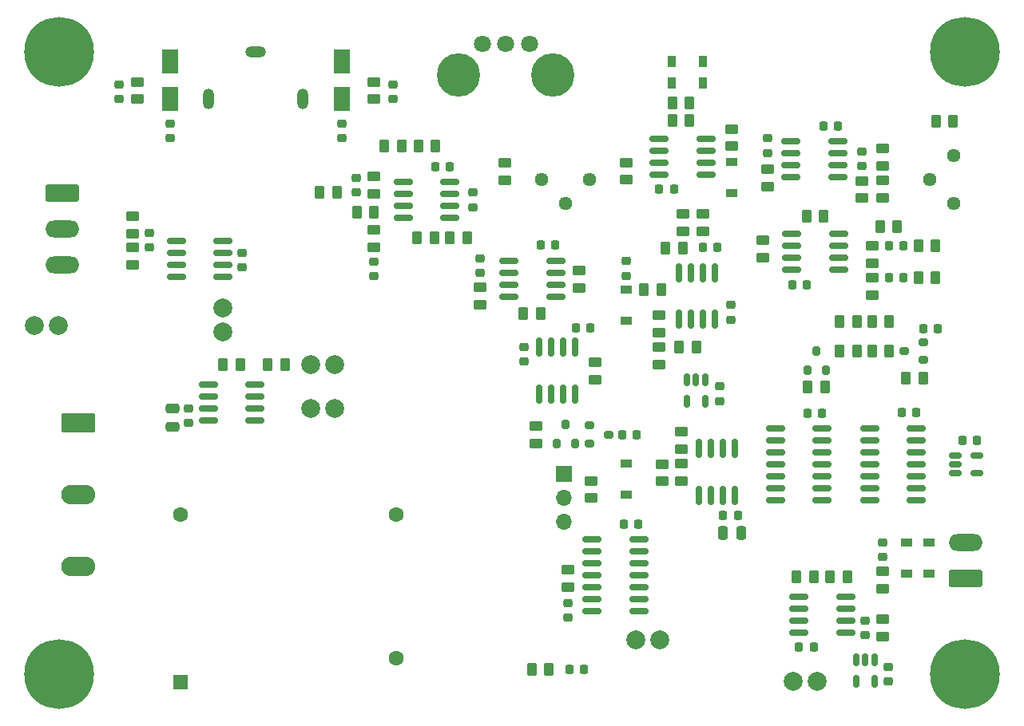
<source format=gts>
%TF.GenerationSoftware,KiCad,Pcbnew,6.0.8-f2edbf62ab~116~ubuntu20.04.1*%
%TF.CreationDate,2022-10-07T00:48:49-04:00*%
%TF.ProjectId,SSTC_Control_Board,53535443-5f43-46f6-9e74-726f6c5f426f,rev?*%
%TF.SameCoordinates,Original*%
%TF.FileFunction,Soldermask,Top*%
%TF.FilePolarity,Negative*%
%FSLAX46Y46*%
G04 Gerber Fmt 4.6, Leading zero omitted, Abs format (unit mm)*
G04 Created by KiCad (PCBNEW 6.0.8-f2edbf62ab~116~ubuntu20.04.1) date 2022-10-07 00:48:49*
%MOMM*%
%LPD*%
G01*
G04 APERTURE LIST*
G04 Aperture macros list*
%AMRoundRect*
0 Rectangle with rounded corners*
0 $1 Rounding radius*
0 $2 $3 $4 $5 $6 $7 $8 $9 X,Y pos of 4 corners*
0 Add a 4 corners polygon primitive as box body*
4,1,4,$2,$3,$4,$5,$6,$7,$8,$9,$2,$3,0*
0 Add four circle primitives for the rounded corners*
1,1,$1+$1,$2,$3*
1,1,$1+$1,$4,$5*
1,1,$1+$1,$6,$7*
1,1,$1+$1,$8,$9*
0 Add four rect primitives between the rounded corners*
20,1,$1+$1,$2,$3,$4,$5,0*
20,1,$1+$1,$4,$5,$6,$7,0*
20,1,$1+$1,$6,$7,$8,$9,0*
20,1,$1+$1,$8,$9,$2,$3,0*%
G04 Aperture macros list end*
%ADD10RoundRect,0.250000X0.262500X0.450000X-0.262500X0.450000X-0.262500X-0.450000X0.262500X-0.450000X0*%
%ADD11RoundRect,0.218750X0.218750X0.256250X-0.218750X0.256250X-0.218750X-0.256250X0.218750X-0.256250X0*%
%ADD12R,1.600000X1.600000*%
%ADD13C,1.600000*%
%ADD14R,1.200000X0.900000*%
%ADD15RoundRect,0.150000X-0.825000X-0.150000X0.825000X-0.150000X0.825000X0.150000X-0.825000X0.150000X0*%
%ADD16C,2.000000*%
%ADD17RoundRect,0.225000X-0.225000X-0.250000X0.225000X-0.250000X0.225000X0.250000X-0.225000X0.250000X0*%
%ADD18RoundRect,0.250000X-0.262500X-0.450000X0.262500X-0.450000X0.262500X0.450000X-0.262500X0.450000X0*%
%ADD19R,0.900000X1.200000*%
%ADD20RoundRect,0.225000X0.250000X-0.225000X0.250000X0.225000X-0.250000X0.225000X-0.250000X-0.225000X0*%
%ADD21RoundRect,0.225000X-0.250000X0.225000X-0.250000X-0.225000X0.250000X-0.225000X0.250000X0.225000X0*%
%ADD22RoundRect,0.150000X0.825000X0.150000X-0.825000X0.150000X-0.825000X-0.150000X0.825000X-0.150000X0*%
%ADD23RoundRect,0.250000X-0.450000X0.262500X-0.450000X-0.262500X0.450000X-0.262500X0.450000X0.262500X0*%
%ADD24RoundRect,0.250001X-1.549999X0.799999X-1.549999X-0.799999X1.549999X-0.799999X1.549999X0.799999X0*%
%ADD25O,3.600000X2.100000*%
%ADD26RoundRect,0.250000X0.450000X-0.262500X0.450000X0.262500X-0.450000X0.262500X-0.450000X-0.262500X0*%
%ADD27C,0.800000*%
%ADD28C,7.400000*%
%ADD29O,1.200000X2.200000*%
%ADD30O,2.200000X1.200000*%
%ADD31RoundRect,0.250000X0.475000X-0.250000X0.475000X0.250000X-0.475000X0.250000X-0.475000X-0.250000X0*%
%ADD32C,1.440000*%
%ADD33RoundRect,0.150000X-0.512500X-0.150000X0.512500X-0.150000X0.512500X0.150000X-0.512500X0.150000X0*%
%ADD34RoundRect,0.250000X0.250000X0.475000X-0.250000X0.475000X-0.250000X-0.475000X0.250000X-0.475000X0*%
%ADD35RoundRect,0.225000X0.225000X0.250000X-0.225000X0.250000X-0.225000X-0.250000X0.225000X-0.250000X0*%
%ADD36RoundRect,0.150000X0.150000X-0.825000X0.150000X0.825000X-0.150000X0.825000X-0.150000X-0.825000X0*%
%ADD37RoundRect,0.200000X-0.300000X-0.200000X0.300000X-0.200000X0.300000X0.200000X-0.300000X0.200000X0*%
%ADD38RoundRect,0.150000X-0.150000X0.825000X-0.150000X-0.825000X0.150000X-0.825000X0.150000X0.825000X0*%
%ADD39RoundRect,0.200000X0.200000X-0.300000X0.200000X0.300000X-0.200000X0.300000X-0.200000X-0.300000X0*%
%ADD40RoundRect,0.200000X0.300000X0.200000X-0.300000X0.200000X-0.300000X-0.200000X0.300000X-0.200000X0*%
%ADD41RoundRect,0.250000X-1.550000X0.650000X-1.550000X-0.650000X1.550000X-0.650000X1.550000X0.650000X0*%
%ADD42O,3.600000X1.800000*%
%ADD43R,1.700000X1.700000*%
%ADD44O,1.700000X1.700000*%
%ADD45RoundRect,0.150000X-0.150000X0.512500X-0.150000X-0.512500X0.150000X-0.512500X0.150000X0.512500X0*%
%ADD46R,1.800000X2.500000*%
%ADD47C,4.600000*%
%ADD48C,1.800000*%
%ADD49RoundRect,0.250000X1.550000X-0.650000X1.550000X0.650000X-1.550000X0.650000X-1.550000X-0.650000X0*%
G04 APERTURE END LIST*
D10*
%TO.C,R35*%
X96412500Y-115000000D03*
X94587500Y-115000000D03*
%TD*%
D11*
%TO.C,D5*%
X100137500Y-115000000D03*
X98562500Y-115000000D03*
%TD*%
D12*
%TO.C,PS1*%
X57320000Y-116390000D03*
D13*
X80180000Y-113850000D03*
X80180000Y-98610000D03*
X57320000Y-98610000D03*
%TD*%
D14*
%TO.C,D1*%
X136700000Y-101550000D03*
X136700000Y-104850000D03*
%TD*%
D15*
%TO.C,U12*%
X92175000Y-71695000D03*
X92175000Y-72965000D03*
X92175000Y-74235000D03*
X92175000Y-75505000D03*
X97125000Y-75505000D03*
X97125000Y-74235000D03*
X97125000Y-72965000D03*
X97125000Y-71695000D03*
%TD*%
D10*
%TO.C,R6*%
X125637500Y-85050000D03*
X123812500Y-85050000D03*
%TD*%
D16*
%TO.C,TP5*%
X71130000Y-87300000D03*
X73670000Y-87300000D03*
%TD*%
D17*
%TO.C,C8*%
X122175000Y-74250000D03*
X123725000Y-74250000D03*
%TD*%
%TO.C,C28*%
X84350000Y-61672500D03*
X85900000Y-61672500D03*
%TD*%
D18*
%TO.C,R23*%
X110187500Y-80850000D03*
X112012500Y-80850000D03*
%TD*%
D19*
%TO.C,D8*%
X112737500Y-52800000D03*
X109437500Y-52800000D03*
%TD*%
D16*
%TO.C,TP6*%
X61850000Y-79250000D03*
X61850000Y-76710000D03*
%TD*%
D20*
%TO.C,C25*%
X56250000Y-58625000D03*
X56250000Y-57075000D03*
%TD*%
D21*
%TO.C,C19*%
X93785000Y-80825000D03*
X93785000Y-82375000D03*
%TD*%
D17*
%TO.C,C10*%
X112725000Y-70250000D03*
X114275000Y-70250000D03*
%TD*%
D20*
%TO.C,C40*%
X132350000Y-116300000D03*
X132350000Y-114750000D03*
%TD*%
D22*
%TO.C,U16*%
X61850000Y-73355000D03*
X61850000Y-72085000D03*
X61850000Y-70815000D03*
X61850000Y-69545000D03*
X56900000Y-69545000D03*
X56900000Y-70815000D03*
X56900000Y-72085000D03*
X56900000Y-73355000D03*
%TD*%
D18*
%TO.C,R53*%
X66600000Y-82700000D03*
X68425000Y-82700000D03*
%TD*%
D17*
%TO.C,C39*%
X114865000Y-98675000D03*
X116415000Y-98675000D03*
%TD*%
D23*
%TO.C,R20*%
X108050000Y-80837500D03*
X108050000Y-82662500D03*
%TD*%
D21*
%TO.C,C31*%
X58200000Y-87350000D03*
X58200000Y-88900000D03*
%TD*%
D18*
%TO.C,R51*%
X78950000Y-59500000D03*
X80775000Y-59500000D03*
%TD*%
D24*
%TO.C,J2*%
X46500000Y-88880000D03*
D25*
X46500000Y-96500000D03*
X46500000Y-104120000D03*
%TD*%
D14*
%TO.C,D11*%
X104587500Y-78000000D03*
X104587500Y-74700000D03*
%TD*%
D26*
%TO.C,R33*%
X95050000Y-91050000D03*
X95050000Y-89225000D03*
%TD*%
D23*
%TO.C,R3*%
X131750000Y-104650000D03*
X131750000Y-106475000D03*
%TD*%
D17*
%TO.C,C35*%
X108100000Y-64050000D03*
X109650000Y-64050000D03*
%TD*%
D10*
%TO.C,R49*%
X77862500Y-66500000D03*
X76037500Y-66500000D03*
%TD*%
D17*
%TO.C,C9*%
X136075000Y-78850000D03*
X137625000Y-78850000D03*
%TD*%
D27*
%TO.C,H4*%
X46462221Y-113537779D03*
X46462221Y-117462221D03*
X41725000Y-115500000D03*
X42537779Y-113537779D03*
D28*
X44500000Y-115500000D03*
D27*
X44500000Y-118275000D03*
X44500000Y-112725000D03*
X47275000Y-115500000D03*
X42537779Y-117462221D03*
%TD*%
D21*
%TO.C,C23*%
X50800000Y-52950000D03*
X50800000Y-54500000D03*
%TD*%
D17*
%TO.C,C18*%
X104175000Y-90100000D03*
X105725000Y-90100000D03*
%TD*%
D29*
%TO.C,J3*%
X70300000Y-54500000D03*
D30*
X65300000Y-49500000D03*
D29*
X60300000Y-54500000D03*
%TD*%
D10*
%TO.C,R22*%
X137387500Y-70087500D03*
X135562500Y-70087500D03*
%TD*%
D31*
%TO.C,C30*%
X56500000Y-89250000D03*
X56500000Y-87350000D03*
%TD*%
D18*
%TO.C,R24*%
X137437500Y-56850000D03*
X139262500Y-56850000D03*
%TD*%
D22*
%TO.C,U15*%
X65225000Y-88605000D03*
X65225000Y-87335000D03*
X65225000Y-86065000D03*
X65225000Y-84795000D03*
X60275000Y-84795000D03*
X60275000Y-86065000D03*
X60275000Y-87335000D03*
X60275000Y-88605000D03*
%TD*%
D23*
%TO.C,R4*%
X131800000Y-109700000D03*
X131800000Y-111525000D03*
%TD*%
D16*
%TO.C,TP4*%
X73670000Y-82700000D03*
X71130000Y-82700000D03*
%TD*%
D14*
%TO.C,D10*%
X115750000Y-61200000D03*
X115750000Y-64500000D03*
%TD*%
D23*
%TO.C,R29*%
X131750000Y-63150000D03*
X131750000Y-64975000D03*
%TD*%
D32*
%TO.C,RV3*%
X139335000Y-60510000D03*
X136795000Y-63050000D03*
X139335000Y-65590000D03*
%TD*%
D23*
%TO.C,R39*%
X89100000Y-74500000D03*
X89100000Y-76325000D03*
%TD*%
D14*
%TO.C,D12*%
X104600000Y-96450000D03*
X104600000Y-93150000D03*
%TD*%
D17*
%TO.C,C20*%
X99225000Y-78800000D03*
X100775000Y-78800000D03*
%TD*%
D33*
%TO.C,U5*%
X139512500Y-92300000D03*
X139512500Y-93250000D03*
X139512500Y-94200000D03*
X141787500Y-94200000D03*
X141787500Y-92300000D03*
%TD*%
D20*
%TO.C,C14*%
X119550000Y-60225000D03*
X119550000Y-58675000D03*
%TD*%
D32*
%TO.C,RV1*%
X95660000Y-63065000D03*
X98200000Y-65605000D03*
X100740000Y-63065000D03*
%TD*%
D15*
%TO.C,U10*%
X100975000Y-101240000D03*
X100975000Y-102510000D03*
X100975000Y-103780000D03*
X100975000Y-105050000D03*
X100975000Y-106320000D03*
X100975000Y-107590000D03*
X100975000Y-108860000D03*
X105925000Y-108860000D03*
X105925000Y-107590000D03*
X105925000Y-106320000D03*
X105925000Y-105050000D03*
X105925000Y-103780000D03*
X105925000Y-102510000D03*
X105925000Y-101240000D03*
%TD*%
D34*
%TO.C,C38*%
X116765000Y-100525000D03*
X114865000Y-100525000D03*
%TD*%
D17*
%TO.C,C13*%
X132450000Y-70087500D03*
X134000000Y-70087500D03*
%TD*%
D35*
%TO.C,C11*%
X127050000Y-57350000D03*
X125500000Y-57350000D03*
%TD*%
D26*
%TO.C,R42*%
X52750000Y-54500000D03*
X52750000Y-52675000D03*
%TD*%
D10*
%TO.C,R11*%
X111300000Y-56800000D03*
X109475000Y-56800000D03*
%TD*%
D23*
%TO.C,R43*%
X77850000Y-52675000D03*
X77850000Y-54500000D03*
%TD*%
D36*
%TO.C,U11*%
X95395000Y-85775000D03*
X96665000Y-85775000D03*
X97935000Y-85775000D03*
X99205000Y-85775000D03*
X99205000Y-80825000D03*
X97935000Y-80825000D03*
X96665000Y-80825000D03*
X95395000Y-80825000D03*
%TD*%
D18*
%TO.C,R5*%
X134250000Y-84100000D03*
X136075000Y-84100000D03*
%TD*%
D26*
%TO.C,R60*%
X110415000Y-91625000D03*
X110415000Y-89800000D03*
%TD*%
D20*
%TO.C,C7*%
X115700000Y-77900000D03*
X115700000Y-76350000D03*
%TD*%
D22*
%TO.C,U7*%
X127100000Y-72605000D03*
X127100000Y-71335000D03*
X127100000Y-70065000D03*
X127100000Y-68795000D03*
X122150000Y-68795000D03*
X122150000Y-70065000D03*
X122150000Y-71335000D03*
X122150000Y-72605000D03*
%TD*%
D21*
%TO.C,C3*%
X129950000Y-109837500D03*
X129950000Y-111387500D03*
%TD*%
D26*
%TO.C,R32*%
X98450000Y-106300000D03*
X98450000Y-104475000D03*
%TD*%
D27*
%TO.C,H2*%
X138537779Y-51462221D03*
X140500000Y-52275000D03*
D28*
X140500000Y-49500000D03*
D27*
X142462221Y-51462221D03*
X143275000Y-49500000D03*
X138537779Y-47537779D03*
X137725000Y-49500000D03*
X142462221Y-47537779D03*
X140500000Y-46725000D03*
%TD*%
D18*
%TO.C,R46*%
X85900000Y-69250000D03*
X87725000Y-69250000D03*
%TD*%
D26*
%TO.C,R50*%
X77800000Y-64550000D03*
X77800000Y-62725000D03*
%TD*%
D37*
%TO.C,Q5*%
X100700000Y-89150000D03*
X100700000Y-91050000D03*
X102700000Y-90100000D03*
%TD*%
D35*
%TO.C,C5*%
X135325000Y-87800000D03*
X133775000Y-87800000D03*
%TD*%
%TO.C,C22*%
X97100000Y-70000000D03*
X95550000Y-70000000D03*
%TD*%
D10*
%TO.C,R18*%
X137387500Y-73487500D03*
X135562500Y-73487500D03*
%TD*%
D20*
%TO.C,C15*%
X129600000Y-61600000D03*
X129600000Y-60050000D03*
%TD*%
D38*
%TO.C,U18*%
X116120000Y-91600000D03*
X114850000Y-91600000D03*
X113580000Y-91600000D03*
X112310000Y-91600000D03*
X112310000Y-96550000D03*
X113580000Y-96550000D03*
X114850000Y-96550000D03*
X116120000Y-96550000D03*
%TD*%
D18*
%TO.C,R1*%
X122637500Y-105162500D03*
X124462500Y-105162500D03*
%TD*%
D20*
%TO.C,C34*%
X77850000Y-73275000D03*
X77850000Y-71725000D03*
%TD*%
D14*
%TO.C,D2*%
X134350000Y-104850000D03*
X134350000Y-101550000D03*
%TD*%
D26*
%TO.C,R37*%
X91700000Y-63100000D03*
X91700000Y-61275000D03*
%TD*%
D18*
%TO.C,R9*%
X130662500Y-81250000D03*
X132487500Y-81250000D03*
%TD*%
%TO.C,R13*%
X108775000Y-70300000D03*
X110600000Y-70300000D03*
%TD*%
D26*
%TO.C,R58*%
X115750000Y-59500000D03*
X115750000Y-57675000D03*
%TD*%
%TO.C,R56*%
X52250000Y-68800000D03*
X52250000Y-66975000D03*
%TD*%
D22*
%TO.C,U1*%
X127850000Y-111102500D03*
X127850000Y-109832500D03*
X127850000Y-108562500D03*
X127850000Y-107292500D03*
X122900000Y-107292500D03*
X122900000Y-108562500D03*
X122900000Y-109832500D03*
X122900000Y-111102500D03*
%TD*%
D18*
%TO.C,R12*%
X106475000Y-74700000D03*
X108300000Y-74700000D03*
%TD*%
D16*
%TO.C,TP2*%
X41830000Y-78500000D03*
X44370000Y-78500000D03*
%TD*%
D39*
%TO.C,Q2*%
X123825000Y-83250000D03*
X125725000Y-83250000D03*
X124775000Y-81250000D03*
%TD*%
D23*
%TO.C,R21*%
X130675000Y-70075000D03*
X130675000Y-71900000D03*
%TD*%
D18*
%TO.C,R47*%
X82425000Y-69250000D03*
X84250000Y-69250000D03*
%TD*%
D35*
%TO.C,C2*%
X124450000Y-112650000D03*
X122900000Y-112650000D03*
%TD*%
D23*
%TO.C,R17*%
X130675000Y-73475000D03*
X130675000Y-75300000D03*
%TD*%
D21*
%TO.C,C29*%
X88300000Y-64425000D03*
X88300000Y-65975000D03*
%TD*%
%TO.C,C37*%
X114500000Y-85000000D03*
X114500000Y-86550000D03*
%TD*%
D15*
%TO.C,U3*%
X120400000Y-89440000D03*
X120400000Y-90710000D03*
X120400000Y-91980000D03*
X120400000Y-93250000D03*
X120400000Y-94520000D03*
X120400000Y-95790000D03*
X120400000Y-97060000D03*
X125350000Y-97060000D03*
X125350000Y-95790000D03*
X125350000Y-94520000D03*
X125350000Y-93250000D03*
X125350000Y-91980000D03*
X125350000Y-90710000D03*
X125350000Y-89440000D03*
%TD*%
D21*
%TO.C,C17*%
X98450000Y-107987500D03*
X98450000Y-109537500D03*
%TD*%
%TO.C,C1*%
X131750000Y-101550000D03*
X131750000Y-103100000D03*
%TD*%
D23*
%TO.C,R57*%
X100850000Y-95032500D03*
X100850000Y-96857500D03*
%TD*%
D10*
%TO.C,R52*%
X84375000Y-59500000D03*
X82550000Y-59500000D03*
%TD*%
D40*
%TO.C,Q1*%
X136075000Y-82200000D03*
X136075000Y-80300000D03*
X134075000Y-81250000D03*
%TD*%
D15*
%TO.C,U13*%
X80950000Y-63267500D03*
X80950000Y-64537500D03*
X80950000Y-65807500D03*
X80950000Y-67077500D03*
X85900000Y-67077500D03*
X85900000Y-65807500D03*
X85900000Y-64537500D03*
X85900000Y-63267500D03*
%TD*%
D10*
%TO.C,R54*%
X63675000Y-82700000D03*
X61850000Y-82700000D03*
%TD*%
D21*
%TO.C,C24*%
X79900000Y-52950000D03*
X79900000Y-54500000D03*
%TD*%
D23*
%TO.C,R31*%
X131750000Y-59775000D03*
X131750000Y-61600000D03*
%TD*%
D26*
%TO.C,R8*%
X110600000Y-68500000D03*
X110600000Y-66675000D03*
%TD*%
D18*
%TO.C,R15*%
X127200000Y-78100000D03*
X129025000Y-78100000D03*
%TD*%
D17*
%TO.C,C12*%
X132425000Y-73487500D03*
X133975000Y-73487500D03*
%TD*%
D15*
%TO.C,U8*%
X122075000Y-58945000D03*
X122075000Y-60215000D03*
X122075000Y-61485000D03*
X122075000Y-62755000D03*
X127025000Y-62755000D03*
X127025000Y-61485000D03*
X127025000Y-60215000D03*
X127025000Y-58945000D03*
%TD*%
D18*
%TO.C,R16*%
X109475000Y-54900000D03*
X111300000Y-54900000D03*
%TD*%
%TO.C,R2*%
X126187500Y-105162500D03*
X128012500Y-105162500D03*
%TD*%
D26*
%TO.C,R36*%
X101300000Y-84262500D03*
X101300000Y-82437500D03*
%TD*%
D41*
%TO.C,J4*%
X44782500Y-64495000D03*
D42*
X44782500Y-68305000D03*
X44782500Y-72115000D03*
%TD*%
D39*
%TO.C,Q4*%
X97250000Y-91050000D03*
X99150000Y-91050000D03*
X98200000Y-89050000D03*
%TD*%
D43*
%TO.C,JP1*%
X98000000Y-94320000D03*
D44*
X98000000Y-96860000D03*
X98000000Y-99400000D03*
%TD*%
D27*
%TO.C,H3*%
X140500000Y-112725000D03*
X138537779Y-113537779D03*
X140500000Y-118275000D03*
D28*
X140500000Y-115500000D03*
D27*
X138537779Y-117462221D03*
X137725000Y-115500000D03*
X143275000Y-115500000D03*
X142462221Y-117462221D03*
X142462221Y-113537779D03*
%TD*%
D45*
%TO.C,U17*%
X112950000Y-84262500D03*
X112000000Y-84262500D03*
X111050000Y-84262500D03*
X111050000Y-86537500D03*
X112950000Y-86537500D03*
%TD*%
D22*
%TO.C,U14*%
X113025000Y-62505000D03*
X113025000Y-61235000D03*
X113025000Y-59965000D03*
X113025000Y-58695000D03*
X108075000Y-58695000D03*
X108075000Y-59965000D03*
X108075000Y-61235000D03*
X108075000Y-62505000D03*
%TD*%
D46*
%TO.C,D4*%
X56250000Y-50500000D03*
X56250000Y-54500000D03*
%TD*%
D27*
%TO.C,H1*%
X46462221Y-51462221D03*
X42537779Y-51462221D03*
X44500000Y-46725000D03*
X41725000Y-49500000D03*
X44500000Y-52275000D03*
X46462221Y-47537779D03*
X42537779Y-47537779D03*
X47275000Y-49500000D03*
D28*
X44500000Y-49500000D03*
%TD*%
D20*
%TO.C,C26*%
X74450000Y-58625000D03*
X74450000Y-57075000D03*
%TD*%
D23*
%TO.C,R38*%
X104600000Y-61237500D03*
X104600000Y-63062500D03*
%TD*%
D35*
%TO.C,C6*%
X141800000Y-90750000D03*
X140250000Y-90750000D03*
%TD*%
D23*
%TO.C,R27*%
X119550000Y-61937500D03*
X119550000Y-63762500D03*
%TD*%
D10*
%TO.C,R40*%
X95512500Y-77300000D03*
X93687500Y-77300000D03*
%TD*%
D23*
%TO.C,R41*%
X99600000Y-72687500D03*
X99600000Y-74512500D03*
%TD*%
D38*
%TO.C,U6*%
X114005000Y-72925000D03*
X112735000Y-72925000D03*
X111465000Y-72925000D03*
X110195000Y-72925000D03*
X110195000Y-77875000D03*
X111465000Y-77875000D03*
X112735000Y-77875000D03*
X114005000Y-77875000D03*
%TD*%
D21*
%TO.C,C36*%
X104587500Y-71700000D03*
X104587500Y-73250000D03*
%TD*%
D26*
%TO.C,R59*%
X108415000Y-95050000D03*
X108415000Y-93225000D03*
%TD*%
D20*
%TO.C,C33*%
X54050000Y-70250000D03*
X54050000Y-68700000D03*
%TD*%
D10*
%TO.C,R25*%
X133300000Y-68000000D03*
X131475000Y-68000000D03*
%TD*%
D26*
%TO.C,R34*%
X77850000Y-70200000D03*
X77850000Y-68375000D03*
%TD*%
D21*
%TO.C,C27*%
X75950000Y-62850000D03*
X75950000Y-64400000D03*
%TD*%
D35*
%TO.C,C16*%
X105900000Y-99600000D03*
X104350000Y-99600000D03*
%TD*%
D19*
%TO.C,D9*%
X109437500Y-50550000D03*
X112737500Y-50550000D03*
%TD*%
D21*
%TO.C,C32*%
X63875000Y-70800000D03*
X63875000Y-72350000D03*
%TD*%
D26*
%TO.C,R28*%
X119075000Y-71312500D03*
X119075000Y-69487500D03*
%TD*%
D47*
%TO.C,RV2*%
X86825000Y-51950000D03*
X96825000Y-51950000D03*
D48*
X94325000Y-48650000D03*
X91825000Y-48650000D03*
X89325000Y-48650000D03*
%TD*%
D45*
%TO.C,U2*%
X130900000Y-114012500D03*
X129950000Y-114012500D03*
X129000000Y-114012500D03*
X129000000Y-116287500D03*
X130900000Y-116287500D03*
%TD*%
D20*
%TO.C,C21*%
X89100000Y-72950000D03*
X89100000Y-71400000D03*
%TD*%
D15*
%TO.C,U4*%
X130400000Y-89440000D03*
X130400000Y-90710000D03*
X130400000Y-91980000D03*
X130400000Y-93250000D03*
X130400000Y-94520000D03*
X130400000Y-95790000D03*
X130400000Y-97060000D03*
X135350000Y-97060000D03*
X135350000Y-95790000D03*
X135350000Y-94520000D03*
X135350000Y-93250000D03*
X135350000Y-91980000D03*
X135350000Y-90710000D03*
X135350000Y-89440000D03*
%TD*%
D16*
%TO.C,TP3*%
X105600000Y-111850000D03*
X108140000Y-111850000D03*
%TD*%
D23*
%TO.C,R7*%
X112700000Y-66700000D03*
X112700000Y-68525000D03*
%TD*%
D26*
%TO.C,R55*%
X52250000Y-72100000D03*
X52250000Y-70275000D03*
%TD*%
D49*
%TO.C,J1*%
X140567500Y-105350000D03*
D42*
X140567500Y-101540000D03*
%TD*%
D23*
%TO.C,R19*%
X108050000Y-77462500D03*
X108050000Y-79287500D03*
%TD*%
D18*
%TO.C,R26*%
X123712500Y-66900000D03*
X125537500Y-66900000D03*
%TD*%
%TO.C,R10*%
X127212500Y-81250000D03*
X129037500Y-81250000D03*
%TD*%
D35*
%TO.C,C4*%
X125375000Y-87850000D03*
X123825000Y-87850000D03*
%TD*%
D23*
%TO.C,R61*%
X110415000Y-93200000D03*
X110415000Y-95025000D03*
%TD*%
D18*
%TO.C,R14*%
X130662500Y-78100000D03*
X132487500Y-78100000D03*
%TD*%
D46*
%TO.C,D3*%
X74450000Y-50500000D03*
X74450000Y-54500000D03*
%TD*%
D16*
%TO.C,TP1*%
X124870000Y-116300000D03*
X122330000Y-116300000D03*
%TD*%
D23*
%TO.C,R30*%
X129600000Y-63200000D03*
X129600000Y-65025000D03*
%TD*%
D18*
%TO.C,R48*%
X72087500Y-64400000D03*
X73912500Y-64400000D03*
%TD*%
M02*

</source>
